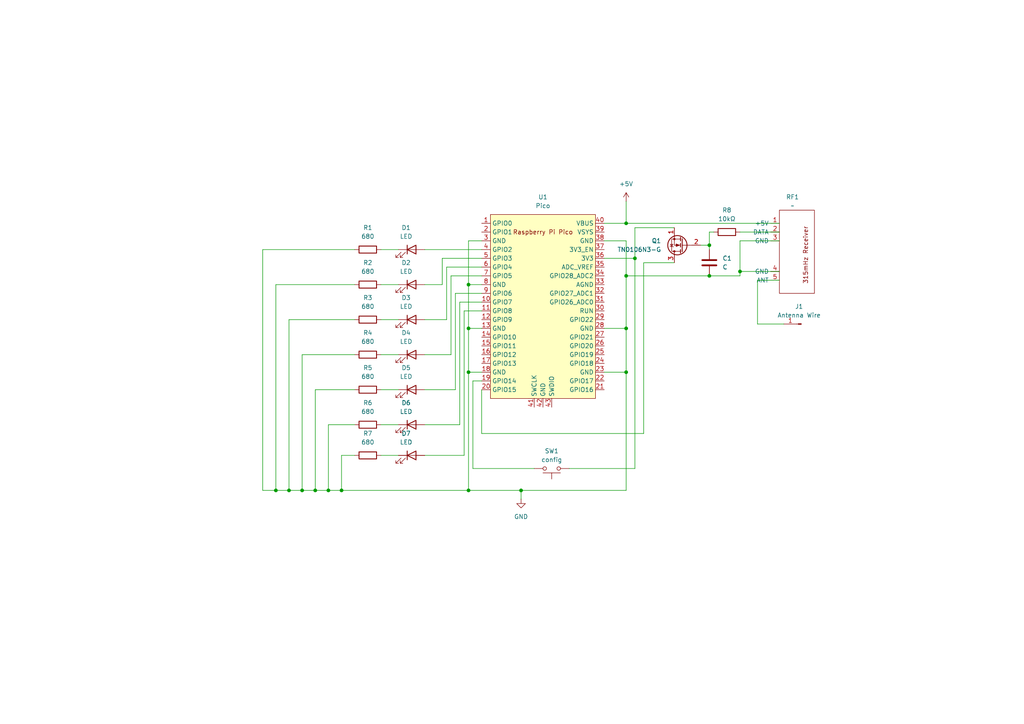
<source format=kicad_sch>
(kicad_sch (version 20231120) (generator "eeschema") (generator_version "8.0")
  (paper "A4")
  (lib_symbols
    (symbol "Connector:Conn_01x01_Pin" (pin_names (offset 1.016) hide)
      (property "Reference" "J" (at 0 2.54 0))
      (property "Value" "Conn_01x01_Pin" (at 0 -2.54 0))
      (symbol "Conn_01x01_Pin_1_1"
        (polyline (pts (xy 1.27 0) (xy 0.8636 0)) (stroke (width 0.1524)))
        (rectangle (start 0.8636 0.127) (end 0 -0.127) (stroke (width 0.1524)) (fill (type outline)))
        (pin passive line (at 5.08 0 180) (length 3.81) (name "Pin_1") (number "1"))
      )
    )
    (symbol "Device:C" (pin_numbers hide) (pin_names (offset 0.254))
      (property "Reference" "C" (at 0.635 2.54 0))
      (property "Value" "C" (at 0.635 -2.54 0))
      (symbol "C_0_1"
        (polyline (pts (xy -2.032 -0.762) (xy 2.032 -0.762)) (stroke (width 0.508)))
        (polyline (pts (xy -2.032 0.762) (xy 2.032 0.762)) (stroke (width 0.508)))
      )
      (symbol "C_1_1"
        (pin passive line (at 0 3.81 270) (length 2.794) (name "~") (number "1"))
        (pin passive line (at 0 -3.81 90) (length 2.794) (name "~") (number "2"))
      )
    )
    (symbol "Device:LED" (pin_numbers hide) (pin_names (offset 1.016) hide)
      (property "Reference" "D" (at 0 2.54 0))
      (property "Value" "LED" (at 0 -2.54 0))
      (symbol "LED_0_1"
        (polyline (pts (xy -1.27 -1.27) (xy -1.27 1.27)) (stroke (width 0.254)))
        (polyline (pts (xy -1.27 0) (xy 1.27 0)))
        (polyline (pts (xy 1.27 -1.27) (xy 1.27 1.27) (xy -1.27 0) (xy 1.27 -1.27)) (stroke (width 0.254)))
        (polyline (pts (xy -3.048 -0.762) (xy -4.572 -2.286) (xy -3.81 -2.286) (xy -4.572 -2.286) (xy -4.572 -1.524)))
        (polyline (pts (xy -1.778 -0.762) (xy -3.302 -2.286) (xy -2.54 -2.286) (xy -3.302 -2.286) (xy -3.302 -1.524)))
      )
      (symbol "LED_1_1"
        (pin passive line (at -3.81 0 0) (length 2.54) (name "K") (number "1"))
        (pin passive line (at 3.81 0 180) (length 2.54) (name "A") (number "2"))
      )
    )
    (symbol "Device:R" (pin_numbers hide) (pin_names (offset 0))
      (property "Reference" "R" (at 2.032 0 90))
      (property "Value" "R" (at 0 0 90))
      (symbol "R_0_1"
        (rectangle (start -1.016 -2.54) (end 1.016 2.54) (stroke (width 0.254)))
      )
      (symbol "R_1_1"
        (pin passive line (at 0 3.81 270) (length 1.27) (name "~") (number "1"))
        (pin passive line (at 0 -3.81 90) (length 1.27) (name "~") (number "2"))
      )
    )
    (symbol "Pico_1"
      (property "Reference" "U" (at -13.97 27.94 0))
      (property "Value" "Pico" (at 0 19.05 0))
      (symbol "Pico_1_0_0"
        (text "Raspberry Pi Pico" (at 0 21.59 0) (effects (font (size 1.27 1.27))))
      )
      (symbol "Pico_1_0_1"
        (rectangle (start -15.24 26.67) (end 15.24 -26.67) (fill (type background)))
      )
      (symbol "Pico_1_1_1"
        (pin bidirectional line (at -17.78 24.13 0) (length 2.54) (name "GPIO0") (number "1"))
        (pin bidirectional line (at -17.78 1.27 0) (length 2.54) (name "GPIO7") (number "10"))
        (pin bidirectional line (at -17.78 -1.27 0) (length 2.54) (name "GPIO8") (number "11"))
        (pin bidirectional line (at -17.78 -3.81 0) (length 2.54) (name "GPIO9") (number "12"))
        (pin power_in line (at -17.78 -6.35 0) (length 2.54) (name "GND") (number "13"))
        (pin bidirectional line (at -17.78 -8.89 0) (length 2.54) (name "GPIO10") (number "14"))
        (pin bidirectional line (at -17.78 -11.43 0) (length 2.54) (name "GPIO11") (number "15"))
        (pin bidirectional line (at -17.78 -13.97 0) (length 2.54) (name "GPIO12") (number "16"))
        (pin bidirectional line (at -17.78 -16.51 0) (length 2.54) (name "GPIO13") (number "17"))
        (pin power_in line (at -17.78 -19.05 0) (length 2.54) (name "GND") (number "18"))
        (pin bidirectional line (at -17.78 -21.59 0) (length 2.54) (name "GPIO14") (number "19"))
        (pin bidirectional line (at -17.78 21.59 0) (length 2.54) (name "GPIO1") (number "2"))
        (pin bidirectional line (at -17.78 -24.13 0) (length 2.54) (name "GPIO15") (number "20"))
        (pin bidirectional line (at 17.78 -24.13 180) (length 2.54) (name "GPIO16") (number "21"))
        (pin bidirectional line (at 17.78 -21.59 180) (length 2.54) (name "GPIO17") (number "22"))
        (pin power_in line (at 17.78 -19.05 180) (length 2.54) (name "GND") (number "23"))
        (pin bidirectional line (at 17.78 -16.51 180) (length 2.54) (name "GPIO18") (number "24"))
        (pin bidirectional line (at 17.78 -13.97 180) (length 2.54) (name "GPIO19") (number "25"))
        (pin bidirectional line (at 17.78 -11.43 180) (length 2.54) (name "GPIO20") (number "26"))
        (pin bidirectional line (at 17.78 -8.89 180) (length 2.54) (name "GPIO21") (number "27"))
        (pin power_in line (at 17.78 -6.35 180) (length 2.54) (name "GND") (number "28"))
        (pin bidirectional line (at 17.78 -3.81 180) (length 2.54) (name "GPIO22") (number "29"))
        (pin power_in line (at -17.78 19.05 0) (length 2.54) (name "GND") (number "3"))
        (pin input line (at 17.78 -1.27 180) (length 2.54) (name "RUN") (number "30"))
        (pin bidirectional line (at 17.78 1.27 180) (length 2.54) (name "GPIO26_ADC0") (number "31"))
        (pin bidirectional line (at 17.78 3.81 180) (length 2.54) (name "GPIO27_ADC1") (number "32"))
        (pin power_in line (at 17.78 6.35 180) (length 2.54) (name "AGND") (number "33"))
        (pin bidirectional line (at 17.78 8.89 180) (length 2.54) (name "GPIO28_ADC2") (number "34"))
        (pin power_in line (at 17.78 11.43 180) (length 2.54) (name "ADC_VREF") (number "35"))
        (pin power_in line (at 17.78 13.97 180) (length 2.54) (name "3V3") (number "36"))
        (pin input line (at 17.78 16.51 180) (length 2.54) (name "3V3_EN") (number "37"))
        (pin bidirectional line (at 17.78 19.05 180) (length 2.54) (name "GND") (number "38"))
        (pin power_in line (at 17.78 21.59 180) (length 2.54) (name "VSYS") (number "39"))
        (pin bidirectional line (at -17.78 16.51 0) (length 2.54) (name "GPIO2") (number "4"))
        (pin power_in line (at 17.78 24.13 180) (length 2.54) (name "VBUS") (number "40"))
        (pin input line (at -2.54 -29.21 90) (length 2.54) (name "SWCLK") (number "41"))
        (pin power_in line (at 0 -29.21 90) (length 2.54) (name "GND") (number "42"))
        (pin bidirectional line (at 2.54 -29.21 90) (length 2.54) (name "SWDIO") (number "43"))
        (pin bidirectional line (at -17.78 13.97 0) (length 2.54) (name "GPIO3") (number "5"))
        (pin bidirectional line (at -17.78 11.43 0) (length 2.54) (name "GPIO4") (number "6"))
        (pin bidirectional line (at -17.78 8.89 0) (length 2.54) (name "GPIO5") (number "7"))
        (pin power_in line (at -17.78 6.35 0) (length 2.54) (name "GND") (number "8"))
        (pin bidirectional line (at -17.78 3.81 0) (length 2.54) (name "GPIO6") (number "9"))
      )
    )
    (symbol "RF:SH_RF_RECEIVER"
      (property "Reference" "RF" (at 7.112 -11.43 0))
      (symbol "SH_RF_RECEIVER_0_1"
        (rectangle (start -5.08 0) (end 19.05 -10.16))
      )
      (symbol "SH_RF_RECEIVER_1_1"
        (text "315mHz Receiver" (at 6.096 -7.62 0) (effects (font (size 1.27 1.27))))
        (pin power_in line (at 15.24 0 90) (length 2.54) (name "+5V") (number "1"))
        (pin passive line (at 12.7 0 90) (length 2.54) (name "DATA") (number "2"))
        (pin passive line (at 10.16 0 90) (length 2.54) (name "GND") (number "3"))
        (pin passive line (at 1.27 0 90) (length 2.54) (name "GND") (number "4"))
        (pin passive line (at -1.27 0 90) (length 2.54) (name "ANT") (number "5"))
      )
    )
    (symbol "Switch:SW_Push" (pin_numbers hide) (pin_names (offset 1.016) hide)
      (property "Reference" "SW" (at 1.27 2.54 0))
      (property "Value" "SW_Push" (at 0 -1.524 0))
      (symbol "SW_Push_0_1"
        (circle (center -2.032 0) (radius 0.508))
        (polyline (pts (xy 0 1.27) (xy 0 3.048)))
        (polyline (pts (xy 2.54 1.27) (xy -2.54 1.27)))
        (circle (center 2.032 0) (radius 0.508))
        (pin passive line (at -5.08 0 0) (length 2.54) (name "1") (number "1"))
        (pin passive line (at 5.08 0 180) (length 2.54) (name "2") (number "2"))
      )
    )
    (symbol "Transistor_FET:2N7000" (pin_names hide)
      (property "Reference" "Q" (at 5.08 1.905 0))
      (property "Value" "2N7000" (at 5.08 0 0))
      (symbol "2N7000_0_1"
        (polyline (pts (xy 0.254 0) (xy -2.54 0)))
        (polyline (pts (xy 0.254 1.905) (xy 0.254 -1.905)) (stroke (width 0.254)))
        (polyline (pts (xy 0.762 -1.27) (xy 0.762 -2.286)) (stroke (width 0.254)))
        (polyline (pts (xy 0.762 0.508) (xy 0.762 -0.508)) (stroke (width 0.254)))
        (polyline (pts (xy 0.762 2.286) (xy 0.762 1.27)) (stroke (width 0.254)))
        (polyline (pts (xy 2.54 2.54) (xy 2.54 1.778)))
        (polyline (pts (xy 2.54 -2.54) (xy 2.54 0) (xy 0.762 0)))
        (polyline (pts (xy 0.762 -1.778) (xy 3.302 -1.778) (xy 3.302 1.778) (xy 0.762 1.778)))
        (polyline (pts (xy 1.016 0) (xy 2.032 0.381) (xy 2.032 -0.381) (xy 1.016 0)) (fill (type outline)))
        (polyline (pts (xy 2.794 0.508) (xy 2.921 0.381) (xy 3.683 0.381) (xy 3.81 0.254)))
        (polyline (pts (xy 3.302 0.381) (xy 2.921 -0.254) (xy 3.683 -0.254) (xy 3.302 0.381)))
        (circle (center 1.651 0) (radius 2.794) (stroke (width 0.254)))
        (circle (center 2.54 -1.778) (radius 0.254) (fill (type outline)))
        (circle (center 2.54 1.778) (radius 0.254) (fill (type outline)))
      )
      (symbol "2N7000_1_1"
        (pin passive line (at 2.54 -5.08 90) (length 2.54) (name "S") (number "1"))
        (pin input line (at -5.08 0 0) (length 2.54) (name "G") (number "2"))
        (pin passive line (at 2.54 5.08 270) (length 2.54) (name "D") (number "3"))
      )
    )
    (symbol "power:+5V" (power) (pin_numbers hide) (pin_names (offset 0) hide)
      (property "Value" "+5V" (at 0 3.556 0))
      (symbol "+5V_0_1"
        (polyline (pts (xy -0.762 1.27) (xy 0 2.54)))
        (polyline (pts (xy 0 0) (xy 0 2.54)))
        (polyline (pts (xy 0 2.54) (xy 0.762 1.27)))
      )
      (symbol "+5V_1_1"
        (pin power_in line (at 0 0 90) (length 0) (name "~") (number "1"))
      )
    )
    (symbol "power:GND" (power) (pin_numbers hide) (pin_names (offset 0) hide)
      (property "Value" "GND" (at 0 -3.81 0))
      (symbol "GND_0_1"
        (polyline (pts (xy 0 0) (xy 0 -1.27) (xy 1.27 -1.27) (xy 0 -2.54) (xy -1.27 -1.27) (xy 0 -1.27)))
      )
      (symbol "GND_1_1"
        (pin power_in line (at 0 0 270) (length 0) (name "~") (number "1"))
      )
    )
  )
  (junction (at 83.82 142.24))
  (junction (at 181.61 64.77))
  (junction (at 205.74 80.01))
  (junction (at 135.89 95.25))
  (junction (at 151.13 142.24))
  (junction (at 181.61 95.25))
  (junction (at 87.63 142.24))
  (junction (at 135.89 107.95))
  (junction (at 181.61 107.95))
  (junction (at 99.06 142.24))
  (junction (at 95.25 142.24))
  (junction (at 80.01 142.24))
  (junction (at 135.89 82.55))
  (junction (at 214.63 78.74))
  (junction (at 181.61 80.01))
  (junction (at 91.44 142.24))
  (junction (at 135.89 142.24))
  (junction (at 205.74 71.12))
  (junction (at 184.15 74.93))
  (wire (pts (xy 195.58 66.04) (xy 184.15 66.04)))
  (wire (pts (xy 87.63 102.87) (xy 87.63 142.24)))
  (wire (pts (xy 139.7 82.55) (xy 135.89 82.55)))
  (wire (pts (xy 214.63 67.31) (xy 226.06 67.31)))
  (wire (pts (xy 115.57 113.03) (xy 110.49 113.03)))
  (wire (pts (xy 137.16 110.49) (xy 139.7 110.49)))
  (wire (pts (xy 91.44 113.03) (xy 91.44 142.24)))
  (wire (pts (xy 128.27 74.93) (xy 139.7 74.93)))
  (wire (pts (xy 102.87 132.08) (xy 99.06 132.08)))
  (wire (pts (xy 139.7 90.17) (xy 134.62 90.17)))
  (wire (pts (xy 123.19 123.19) (xy 133.35 123.19)))
  (wire (pts (xy 181.61 95.25) (xy 181.61 107.95)))
  (wire (pts (xy 80.01 82.55) (xy 80.01 142.24)))
  (wire (pts (xy 132.08 85.09) (xy 132.08 113.03)))
  (wire (pts (xy 135.89 82.55) (xy 135.89 95.25)))
  (wire (pts (xy 186.69 125.73) (xy 139.7 125.73)))
  (wire (pts (xy 129.54 77.47) (xy 139.7 77.47)))
  (wire (pts (xy 99.06 142.24) (xy 135.89 142.24)))
  (wire (pts (xy 115.57 72.39) (xy 110.49 72.39)))
  (wire (pts (xy 130.81 80.01) (xy 130.81 102.87)))
  (wire (pts (xy 165.1 135.89) (xy 184.15 135.89)))
  (wire (pts (xy 181.61 64.77) (xy 226.06 64.77)))
  (wire (pts (xy 80.01 142.24) (xy 83.82 142.24)))
  (wire (pts (xy 76.2 142.24) (xy 80.01 142.24)))
  (wire (pts (xy 226.06 69.85) (xy 214.63 69.85)))
  (wire (pts (xy 151.13 142.24) (xy 151.13 144.78)))
  (wire (pts (xy 110.49 102.87) (xy 115.57 102.87)))
  (wire (pts (xy 102.87 113.03) (xy 91.44 113.03)))
  (wire (pts (xy 91.44 142.24) (xy 95.25 142.24)))
  (wire (pts (xy 115.57 132.08) (xy 110.49 132.08)))
  (wire (pts (xy 83.82 142.24) (xy 87.63 142.24)))
  (wire (pts (xy 135.89 142.24) (xy 151.13 142.24)))
  (wire (pts (xy 115.57 92.71) (xy 110.49 92.71)))
  (wire (pts (xy 205.74 67.31) (xy 207.01 67.31)))
  (wire (pts (xy 135.89 69.85) (xy 135.89 82.55)))
  (wire (pts (xy 115.57 123.19) (xy 110.49 123.19)))
  (wire (pts (xy 181.61 80.01) (xy 181.61 95.25)))
  (wire (pts (xy 102.87 123.19) (xy 95.25 123.19)))
  (wire (pts (xy 184.15 74.93) (xy 175.26 74.93)))
  (wire (pts (xy 214.63 78.74) (xy 226.06 78.74)))
  (wire (pts (xy 219.71 81.28) (xy 219.71 93.98)))
  (wire (pts (xy 139.7 85.09) (xy 132.08 85.09)))
  (wire (pts (xy 186.69 76.2) (xy 186.69 125.73)))
  (wire (pts (xy 135.89 95.25) (xy 139.7 95.25)))
  (wire (pts (xy 181.61 69.85) (xy 181.61 80.01)))
  (wire (pts (xy 134.62 90.17) (xy 134.62 132.08)))
  (wire (pts (xy 123.19 82.55) (xy 128.27 82.55)))
  (wire (pts (xy 181.61 142.24) (xy 151.13 142.24)))
  (wire (pts (xy 175.26 64.77) (xy 181.61 64.77)))
  (wire (pts (xy 214.63 78.74) (xy 214.63 80.01)))
  (wire (pts (xy 137.16 135.89) (xy 137.16 110.49)))
  (wire (pts (xy 205.74 71.12) (xy 205.74 72.39)))
  (wire (pts (xy 102.87 82.55) (xy 80.01 82.55)))
  (wire (pts (xy 133.35 87.63) (xy 133.35 123.19)))
  (wire (pts (xy 123.19 72.39) (xy 139.7 72.39)))
  (wire (pts (xy 76.2 72.39) (xy 76.2 142.24)))
  (wire (pts (xy 129.54 92.71) (xy 129.54 77.47)))
  (wire (pts (xy 139.7 80.01) (xy 130.81 80.01)))
  (wire (pts (xy 184.15 135.89) (xy 184.15 74.93)))
  (wire (pts (xy 181.61 58.42) (xy 181.61 64.77)))
  (wire (pts (xy 135.89 95.25) (xy 135.89 107.95)))
  (wire (pts (xy 214.63 69.85) (xy 214.63 78.74)))
  (wire (pts (xy 87.63 142.24) (xy 91.44 142.24)))
  (wire (pts (xy 226.06 81.28) (xy 219.71 81.28)))
  (wire (pts (xy 139.7 125.73) (xy 139.7 113.03)))
  (wire (pts (xy 139.7 87.63) (xy 133.35 87.63)))
  (wire (pts (xy 214.63 80.01) (xy 205.74 80.01)))
  (wire (pts (xy 102.87 72.39) (xy 76.2 72.39)))
  (wire (pts (xy 123.19 102.87) (xy 130.81 102.87)))
  (wire (pts (xy 205.74 67.31) (xy 205.74 71.12)))
  (wire (pts (xy 99.06 132.08) (xy 99.06 142.24)))
  (wire (pts (xy 123.19 132.08) (xy 134.62 132.08)))
  (wire (pts (xy 95.25 123.19) (xy 95.25 142.24)))
  (wire (pts (xy 219.71 93.98) (xy 227.33 93.98)))
  (wire (pts (xy 154.94 135.89) (xy 137.16 135.89)))
  (wire (pts (xy 175.26 107.95) (xy 181.61 107.95)))
  (wire (pts (xy 175.26 69.85) (xy 181.61 69.85)))
  (wire (pts (xy 203.2 71.12) (xy 205.74 71.12)))
  (wire (pts (xy 115.57 82.55) (xy 110.49 82.55)))
  (wire (pts (xy 139.7 107.95) (xy 135.89 107.95)))
  (wire (pts (xy 128.27 82.55) (xy 128.27 74.93)))
  (wire (pts (xy 95.25 142.24) (xy 99.06 142.24)))
  (wire (pts (xy 181.61 80.01) (xy 205.74 80.01)))
  (wire (pts (xy 135.89 107.95) (xy 135.89 142.24)))
  (wire (pts (xy 186.69 76.2) (xy 195.58 76.2)))
  (wire (pts (xy 175.26 95.25) (xy 181.61 95.25)))
  (wire (pts (xy 123.19 113.03) (xy 132.08 113.03)))
  (wire (pts (xy 123.19 92.71) (xy 129.54 92.71)))
  (wire (pts (xy 102.87 102.87) (xy 87.63 102.87)))
  (wire (pts (xy 102.87 92.71) (xy 83.82 92.71)))
  (wire (pts (xy 139.7 69.85) (xy 135.89 69.85)))
  (wire (pts (xy 184.15 66.04) (xy 184.15 74.93)))
  (wire (pts (xy 83.82 92.71) (xy 83.82 142.24)))
  (wire (pts (xy 181.61 107.95) (xy 181.61 142.24)))
  (symbol (lib_id "Device:LED") (at 119.38 72.39 0) (unit 1)
    (property "Reference" "D1" (at 117.7925 66.04 0))
    (property "Value" "LED" (at 117.7925 68.58 0))
    (property "Footprint" "LED_THT:LED_D3.0mm" (effects (hide yes)))
    (property "Description" "Light emitting diode" (effects (hide yes)))
  )
  (symbol (lib_id "power:GND") (at 151.13 144.78 0) (unit 1)
    (property "Reference" "#PWR02" (effects (hide yes)))
    (property "Value" "GND" (at 151.13 149.86 0))
    (property "Description" "Power symbol creates a global label with name \"GND\" , ground" (effects (hide yes)))
  )
  (symbol (lib_id "Device:R") (at 106.68 132.08 90) (unit 1)
    (property "Reference" "R7" (at 106.68 125.73 90))
    (property "Value" "680" (at 106.68 128.27 90))
    (property "Footprint" "Resistor_THT:R_Axial_DIN0207_L6.3mm_D2.5mm_P7.62mm_Horizontal" (effects (hide yes)))
    (property "Description" "Resistor" (effects (hide yes)))
  )
  (symbol (lib_id "power:+5V") (at 181.61 58.42 0) (unit 1)
    (property "Reference" "#PWR01" (effects (hide yes)))
    (property "Value" "+5V" (at 181.61 53.34 0))
    (property "Description" "Power symbol creates a global label with name \"+5V\"" (effects (hide yes)))
  )
  (symbol (lib_id "Device:R") (at 106.68 82.55 90) (unit 1)
    (property "Reference" "R2" (at 106.68 76.2 90))
    (property "Value" "680" (at 106.68 78.74 90))
    (property "Footprint" "Resistor_THT:R_Axial_DIN0207_L6.3mm_D2.5mm_P7.62mm_Horizontal" (effects (hide yes)))
    (property "Description" "Resistor" (effects (hide yes)))
  )
  (symbol (lib_id "Device:R") (at 106.68 102.87 90) (unit 1)
    (property "Reference" "R4" (at 106.68 96.52 90))
    (property "Value" "680" (at 106.68 99.06 90))
    (property "Footprint" "Resistor_THT:R_Axial_DIN0207_L6.3mm_D2.5mm_P7.62mm_Horizontal" (effects (hide yes)))
    (property "Description" "Resistor" (effects (hide yes)))
  )
  (symbol (lib_id "Device:LED") (at 119.38 123.19 0) (unit 1)
    (property "Reference" "D6" (at 117.7925 116.84 0))
    (property "Value" "LED" (at 117.7925 119.38 0))
    (property "Footprint" "LED_THT:LED_D3.0mm" (effects (hide yes)))
    (property "Description" "Light emitting diode" (effects (hide yes)))
  )
  (symbol (lib_id "Device:R") (at 106.68 72.39 90) (unit 1)
    (property "Reference" "R1" (at 106.68 66.04 90))
    (property "Value" "680" (at 106.68 68.58 90))
    (property "Footprint" "Resistor_THT:R_Axial_DIN0207_L6.3mm_D2.5mm_P7.62mm_Horizontal" (effects (hide yes)))
    (property "Description" "Resistor" (effects (hide yes)))
  )
  (symbol (lib_id "Device:C") (at 205.74 76.2 0) (unit 1)
    (property "Reference" "C1" (at 209.55 74.9299 0) (effects (justify left)))
    (property "Value" "C" (at 209.55 77.4699 0) (effects (justify left)))
    (property "Footprint" "Capacitor_THT:C_Disc_D4.3mm_W1.9mm_P5.00mm" (effects (hide yes)))
    (property "Description" "Unpolarized capacitor" (effects (hide yes)))
  )
  (symbol (lib_id "Device:LED") (at 119.38 92.71 0) (unit 1)
    (property "Reference" "D3" (at 117.7925 86.36 0))
    (property "Value" "LED" (at 117.7925 88.9 0))
    (property "Footprint" "LED_THT:LED_D3.0mm" (effects (hide yes)))
    (property "Description" "Light emitting diode" (effects (hide yes)))
  )
  (symbol (lib_id "Device:LED") (at 119.38 113.03 0) (unit 1)
    (property "Reference" "D5" (at 117.7925 106.68 0))
    (property "Value" "LED" (at 117.7925 109.22 0))
    (property "Footprint" "LED_THT:LED_D3.0mm" (effects (hide yes)))
    (property "Description" "Light emitting diode" (effects (hide yes)))
  )
  (symbol (lib_id "Device:LED") (at 119.38 82.55 0) (unit 1)
    (property "Reference" "D2" (at 117.7925 76.2 0))
    (property "Value" "LED" (at 117.7925 78.74 0))
    (property "Footprint" "LED_THT:LED_D3.0mm" (effects (hide yes)))
    (property "Description" "Light emitting diode" (effects (hide yes)))
  )
  (symbol (lib_name "Pico_1") (lib_id "MCU_RaspberryPi_and_Boards:Pico") (at 157.48 88.9 0) (unit 1)
    (property "Reference" "U1" (at 157.48 57.15 0))
    (property "Value" "Pico" (at 157.48 59.69 0))
    (property "Footprint" "MCU_RaspberryPi_and_Boards:RPi_Pico_SMD_TH" (effects (hide yes)))
  )
  (symbol (lib_id "Device:R") (at 106.68 92.71 90) (unit 1)
    (property "Reference" "R3" (at 106.68 86.36 90))
    (property "Value" "680" (at 106.68 88.9 90))
    (property "Footprint" "Resistor_THT:R_Axial_DIN0207_L6.3mm_D2.5mm_P7.62mm_Horizontal" (effects (hide yes)))
    (property "Description" "Resistor" (effects (hide yes)))
  )
  (symbol (lib_id "Connector:Conn_01x01_Pin") (at 232.41 93.98 180) (unit 1)
    (property "Reference" "J1" (at 231.775 88.9 0))
    (property "Value" "Antenna Wire" (at 231.775 91.44 0))
    (property "Footprint" "Connector_Wire:SolderWire-0.25sqmm_1x01_D0.65mm_OD2mm" (effects (hide yes)))
    (property "Description" "Generic connector, single row, 01x01, script generated" (effects (hide yes)))
  )
  (symbol (lib_id "Switch:SW_Push") (at 160.02 135.89 180) (unit 1)
    (property "Reference" "SW1" (at 160.02 130.81 0))
    (property "Value" "config" (at 160.02 133.35 0))
    (property "Footprint" "Button_Switch_THT:SW_PUSH_6mm_H13mm" (effects (hide yes)))
    (property "Description" "Push button switch, generic, two pins" (effects (hide yes)))
  )
  (symbol (lib_id "Device:LED") (at 119.38 132.08 0) (unit 1)
    (property "Reference" "D7" (at 117.7925 125.73 0))
    (property "Value" "LED" (at 117.7925 128.27 0))
    (property "Footprint" "LED_THT:LED_D3.0mm" (effects (hide yes)))
    (property "Description" "Light emitting diode" (effects (hide yes)))
  )
  (symbol (lib_id "RF:SH_RF_RECEIVER") (at 226.06 80.01 90) (unit 1)
    (property "Reference" "RF1" (at 229.87 57.15 90))
    (property "Value" "~" (at 229.87 59.69 90))
    (property "Footprint" "RF:SH_RF_RECIEVER" (effects (hide yes)))
  )
  (symbol (lib_id "Device:R") (at 106.68 123.19 90) (unit 1)
    (property "Reference" "R6" (at 106.68 116.84 90))
    (property "Value" "680" (at 106.68 119.38 90))
    (property "Footprint" "Resistor_THT:R_Axial_DIN0207_L6.3mm_D2.5mm_P7.62mm_Horizontal" (effects (hide yes)))
    (property "Description" "Resistor" (effects (hide yes)))
  )
  (symbol (lib_id "Device:LED") (at 119.38 102.87 0) (unit 1)
    (property "Reference" "D4" (at 117.7925 96.52 0))
    (property "Value" "LED" (at 117.7925 99.06 0))
    (property "Footprint" "LED_THT:LED_D3.0mm" (effects (hide yes)))
    (property "Description" "Light emitting diode" (effects (hide yes)))
  )
  (symbol (lib_id "Transistor_FET:2N7000") (at 198.12 71.12 180) (unit 1)
    (property "Reference" "Q1" (at 191.77 69.8499 0) (effects (justify left)))
    (property "Value" "TN0106N3-G" (at 191.77 72.3899 0) (effects (justify left)))
    (property "Footprint" "Package_TO_SOT_THT:TO-92_Inline" (effects (hide yes)))
    (property "Datasheet" "https://www.vishay.com/docs/70226/70226.pdf" (effects (hide yes)))
    (property "Description" "0.2A Id, 200V Vds, N-Channel MOSFET, 2.6V Logic Level, TO-92" (effects (hide yes)))
  )
  (symbol (lib_id "Device:R") (at 106.68 113.03 90) (unit 1)
    (property "Reference" "R5" (at 106.68 106.68 90))
    (property "Value" "680" (at 106.68 109.22 90))
    (property "Footprint" "Resistor_THT:R_Axial_DIN0207_L6.3mm_D2.5mm_P7.62mm_Horizontal" (effects (hide yes)))
    (property "Description" "Resistor" (effects (hide yes)))
  )
  (symbol (lib_id "Device:R") (at 210.82 67.31 90) (unit 1)
    (property "Reference" "R8" (at 210.82 60.96 90))
    (property "Value" "10kΩ" (at 210.82 63.5 90))
    (property "Footprint" "Resistor_THT:R_Axial_DIN0207_L6.3mm_D2.5mm_P7.62mm_Horizontal" (effects (hide yes)))
    (property "Description" "Resistor" (effects (hide yes)))
  )
)
</source>
